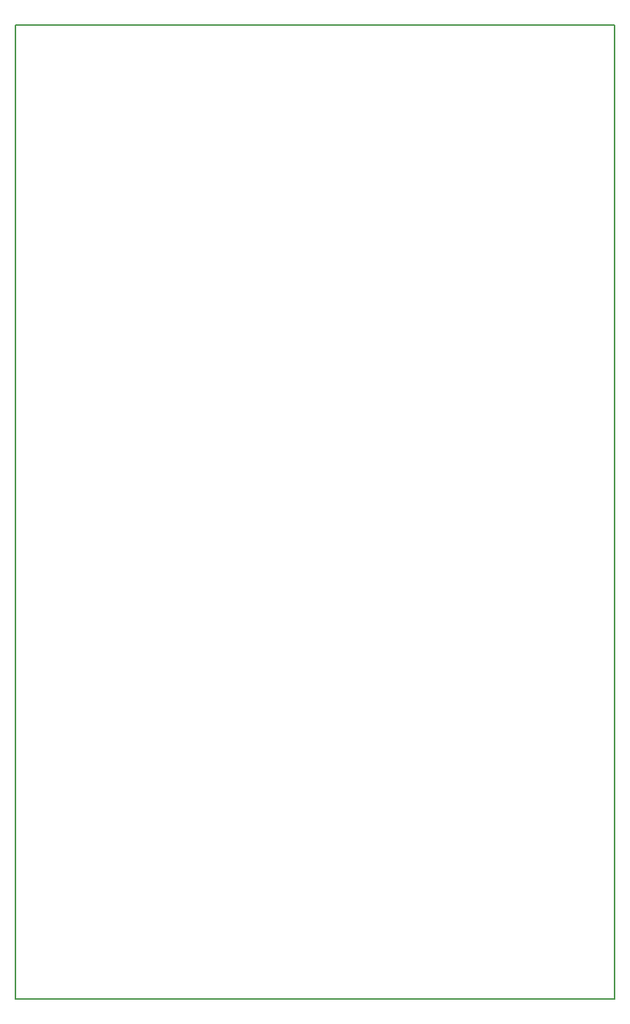
<source format=gm1>
%TF.GenerationSoftware,KiCad,Pcbnew,4.0.6*%
%TF.CreationDate,2017-07-29T17:48:32+03:00*%
%TF.ProjectId,FMC_MIPI_v1,464D435F4D4950495F76312E6B696361,rev?*%
%TF.FileFunction,Profile,NP*%
%FSLAX46Y46*%
G04 Gerber Fmt 4.6, Leading zero omitted, Abs format (unit mm)*
G04 Created by KiCad (PCBNEW 4.0.6) date 07/29/17 17:48:32*
%MOMM*%
%LPD*%
G01*
G04 APERTURE LIST*
%ADD10C,0.100000*%
%ADD11C,0.150000*%
G04 APERTURE END LIST*
D10*
D11*
X159500000Y-29000000D02*
X90500000Y-29000000D01*
X159500000Y-141000000D02*
X159500000Y-29000000D01*
X90500000Y-141000000D02*
X159500000Y-141000000D01*
X90500000Y-29000000D02*
X90500000Y-141000000D01*
M02*

</source>
